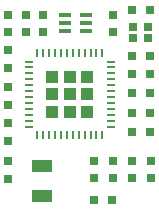
<source format=gtp>
%FSLAX46Y46*%
G04 Gerber Fmt 4.6, Leading zero omitted, Abs format (unit mm)*
G04 Created by KiCad (PCBNEW (2014-jul-16 BZR unknown)-product) date Wed 11 Feb 2015 12:50:59 PM CET*
%MOMM*%
G01*
G04 APERTURE LIST*
%ADD10C,0.150000*%
%ADD11R,0.762000X0.787400*%
%ADD12R,0.787400X0.762000*%
%ADD13R,1.800000X1.000000*%
%ADD14O,0.230000X0.800000*%
%ADD15O,0.800000X0.230000*%
%ADD16R,1.100000X1.100000*%
%ADD17R,1.000760X0.398780*%
%ADD18R,0.750000X0.650000*%
G04 APERTURE END LIST*
D10*
D11*
X167030000Y-119619300D03*
X167030000Y-118120700D03*
X168640000Y-119619300D03*
X168640000Y-118120700D03*
X170250000Y-119619300D03*
X170250000Y-118120700D03*
D12*
X170169300Y-110790000D03*
X168670700Y-110790000D03*
D11*
X158198200Y-105738100D03*
X158198200Y-107236700D03*
D12*
X170169300Y-112410000D03*
X168670700Y-112410000D03*
D11*
X159670000Y-105740700D03*
X159670000Y-107239300D03*
X167050000Y-105740700D03*
X167050000Y-107239300D03*
X158200000Y-114910700D03*
X158200000Y-116409300D03*
X158200000Y-113369300D03*
X158200000Y-111870700D03*
X165430000Y-118120700D03*
X165430000Y-119619300D03*
D12*
X168670700Y-105330000D03*
X170169300Y-105330000D03*
X170169300Y-109210000D03*
X168670700Y-109210000D03*
X168670700Y-115710000D03*
X170169300Y-115710000D03*
X170169300Y-114100000D03*
X168670700Y-114100000D03*
D11*
X161170000Y-105740700D03*
X161170000Y-107239300D03*
D12*
X165450700Y-121400000D03*
X166949300Y-121400000D03*
D13*
X161060000Y-118560000D03*
X161060000Y-121060000D03*
D14*
X160661720Y-115943520D03*
X161162100Y-115943520D03*
X161662480Y-115943520D03*
X162162860Y-115943520D03*
X162660700Y-115943520D03*
X163161080Y-115943520D03*
X163661460Y-115943520D03*
X164161840Y-115943520D03*
X164662220Y-115943520D03*
X165162600Y-115943520D03*
X165662980Y-115943520D03*
X166160820Y-115943520D03*
X162157780Y-108996480D03*
X161659940Y-108996480D03*
X161159560Y-108996480D03*
X160659180Y-108996480D03*
D15*
X166886060Y-113219300D03*
X166886060Y-112721460D03*
X166886060Y-112221080D03*
X166886060Y-111720700D03*
X166886060Y-111220320D03*
X166886060Y-110719940D03*
X166886060Y-110219560D03*
X166886060Y-109719180D03*
X166886060Y-115218280D03*
X166886060Y-114717900D03*
X166886060Y-114217520D03*
X166886060Y-113719680D03*
D14*
X166158280Y-108996480D03*
X165657900Y-108996480D03*
X165160060Y-108996480D03*
X164659680Y-108996480D03*
X164159300Y-108996480D03*
X163658920Y-108996480D03*
X163158540Y-108996480D03*
X162658160Y-108996480D03*
D15*
X159936480Y-109719180D03*
X159936480Y-110219560D03*
X159936480Y-110719940D03*
X159936480Y-111217780D03*
X159936480Y-111718160D03*
X159936480Y-112218540D03*
X159936480Y-112718920D03*
X159936480Y-113219300D03*
X159936480Y-113719680D03*
X159936480Y-114220060D03*
X159936480Y-114717900D03*
X159936480Y-115218280D03*
D16*
X161931720Y-113948280D03*
X161931720Y-112470000D03*
X161931720Y-110991720D03*
X163410000Y-113948280D03*
X163410000Y-112470000D03*
X163410000Y-110991720D03*
X164888280Y-113948280D03*
X164888280Y-112470000D03*
X164888280Y-110991720D03*
D17*
X164803400Y-107100480D03*
X164803400Y-106450240D03*
X164803400Y-105800000D03*
X163000000Y-105800000D03*
X163000000Y-106450240D03*
X163000000Y-107100480D03*
D11*
X158200000Y-108780700D03*
X158200000Y-110279300D03*
X158200000Y-118130700D03*
X158200000Y-119629300D03*
D18*
X170050000Y-107760000D03*
X168750000Y-107760000D03*
X168750000Y-106760000D03*
X170050000Y-106760000D03*
M02*

</source>
